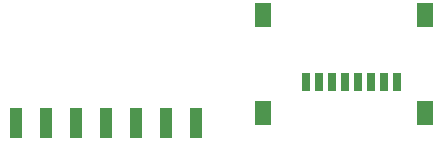
<source format=gbr>
%TF.GenerationSoftware,KiCad,Pcbnew,(5.1.6)-1*%
%TF.CreationDate,2020-12-02T12:11:42+01:00*%
%TF.ProjectId,LoRa_Dongle_Thin,4c6f5261-5f44-46f6-9e67-6c655f546869,rev?*%
%TF.SameCoordinates,Original*%
%TF.FileFunction,Paste,Bot*%
%TF.FilePolarity,Positive*%
%FSLAX46Y46*%
G04 Gerber Fmt 4.6, Leading zero omitted, Abs format (unit mm)*
G04 Created by KiCad (PCBNEW (5.1.6)-1) date 2020-12-02 12:11:42*
%MOMM*%
%LPD*%
G01*
G04 APERTURE LIST*
%ADD10R,1.000000X2.510000*%
%ADD11R,0.800000X1.500000*%
%ADD12R,1.450000X2.000000*%
G04 APERTURE END LIST*
D10*
%TO.C,J1*%
X44043600Y50643600D03*
X38963600Y50643600D03*
X33883600Y50643600D03*
X28803600Y50643600D03*
X41503600Y50643600D03*
X36423600Y50643600D03*
X31343600Y50643600D03*
%TD*%
D11*
%TO.C,J4*%
X53309400Y54076000D03*
X54409400Y54076000D03*
X55509400Y54076000D03*
X56609400Y54076000D03*
X57709400Y54076000D03*
X58809400Y54076000D03*
X59909400Y54076000D03*
X61009400Y54076000D03*
D12*
X63384400Y59776000D03*
X49634400Y59776000D03*
X49634400Y51476000D03*
X63384400Y51476000D03*
%TD*%
M02*

</source>
